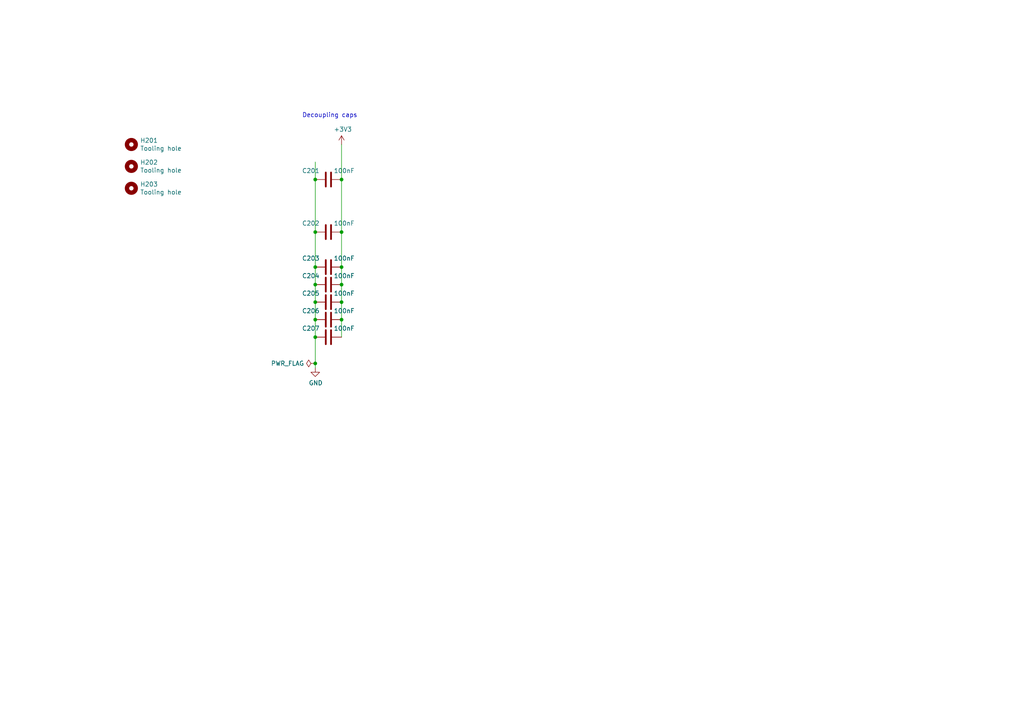
<source format=kicad_sch>
(kicad_sch (version 20211123) (generator eeschema)
  (paper "A4")
  (title_block (title "Engine Top Hat for SH-ESP32") (date "2021-09-13") (rev "0.2.1") (company "Hat Labs Ltd") (comment 1 "https://creativecommons.org/licenses/by-sa/4.0") (comment 2 "To view a copy of this license, visit ") (comment 3 "This design is licensed under CC BY-SA 4.0."))
  (lib_symbols
    (symbol "Device:C" (pin_numbers hide) (pin_names (offset 0.254))
      (property "Reference" "C" (at 0.635 2.54 0))
      (property "Value" "C" (at 0.635 -2.54 0))
      (symbol "C_0_1"
        (polyline (pts (xy -2.032 -0.762) (xy 2.032 -0.762)) (stroke (width 0.508)))
        (polyline (pts (xy -2.032 0.762) (xy 2.032 0.762)) (stroke (width 0.508)))
      )
      (symbol "C_1_1"
        (pin passive line (at 0 3.81 270) (length 2.794) (name "~") (number "1"))
        (pin passive line (at 0 -3.81 90) (length 2.794) (name "~") (number "2"))
      )
    )
    (symbol "Mechanical:MountingHole" (pin_names (offset 1.016))
      (property "Reference" "H" (at 0 5.08 0))
      (property "Value" "MountingHole" (at 0 3.175 0))
      (symbol "MountingHole_0_1"
        (circle (center 0 0) (radius 1.27) (stroke (width 1.27)))
      )
    )
    (symbol "power:+3.3V" (power) (pin_names (offset 0))
      (property "Value" "+3.3V" (at 0 3.556 0))
      (symbol "+3.3V_0_1"
        (polyline (pts (xy -0.762 1.27) (xy 0 2.54)))
        (polyline (pts (xy 0 0) (xy 0 2.54)))
        (polyline (pts (xy 0 2.54) (xy 0.762 1.27)))
      )
      (symbol "+3.3V_1_1"
        (pin power_in line (at 0 0 90) (length 0) hide (name "+3V3") (number "1"))
      )
    )
    (symbol "power:GND" (power) (pin_names (offset 0))
      (property "Value" "GND" (at 0 -3.81 0))
      (symbol "GND_0_1"
        (polyline (pts (xy 0 0) (xy 0 -1.27) (xy 1.27 -1.27) (xy 0 -2.54) (xy -1.27 -1.27) (xy 0 -1.27)))
      )
      (symbol "GND_1_1"
        (pin power_in line (at 0 0 270) (length 0) hide (name "GND") (number "1"))
      )
    )
    (symbol "power:PWR_FLAG" (power) (pin_numbers hide) (pin_names (offset 0) hide)
      (property "Value" "PWR_FLAG" (at 0 3.81 0))
      (symbol "PWR_FLAG_0_0"
        (pin power_out line (at 0 0 90) (length 0) (name "pwr") (number "1"))
      )
      (symbol "PWR_FLAG_0_1"
        (polyline (pts (xy 0 0) (xy 0 1.27) (xy -1.016 1.905) (xy 0 2.54) (xy 1.016 1.905) (xy 0 1.27)))
      )
    )
  )
  (junction (at 91.44 97.79))
  (junction (at 99.06 87.63))
  (junction (at 99.06 77.47))
  (junction (at 91.44 52.07))
  (junction (at 99.06 92.71))
  (junction (at 91.44 87.63))
  (junction (at 99.06 67.31))
  (junction (at 99.06 52.07))
  (junction (at 91.44 92.71))
  (junction (at 91.44 67.31))
  (junction (at 91.44 77.47))
  (junction (at 99.06 82.55))
  (junction (at 91.44 82.55))
  (junction (at 91.44 105.41))
  (wire (pts (xy 99.06 52.07) (xy 99.06 67.31)))
  (wire (pts (xy 99.06 97.79) (xy 99.06 92.71)))
  (wire (pts (xy 91.44 77.47) (xy 91.44 82.55)))
  (wire (pts (xy 91.44 106.68) (xy 91.44 105.41)))
  (wire (pts (xy 99.06 82.55) (xy 99.06 77.47)))
  (wire (pts (xy 99.06 41.91) (xy 99.06 52.07)))
  (wire (pts (xy 99.06 87.63) (xy 99.06 82.55)))
  (wire (pts (xy 91.44 82.55) (xy 91.44 87.63)))
  (wire (pts (xy 91.44 46.99) (xy 91.44 52.07)))
  (wire (pts (xy 99.06 67.31) (xy 99.06 77.47)))
  (wire (pts (xy 91.44 52.07) (xy 91.44 67.31)))
  (wire (pts (xy 91.44 92.71) (xy 91.44 97.79)))
  (wire (pts (xy 91.44 97.79) (xy 91.44 105.41)))
  (wire (pts (xy 91.44 67.31) (xy 91.44 77.47)))
  (wire (pts (xy 99.06 92.71) (xy 99.06 87.63)))
  (wire (pts (xy 91.44 87.63) (xy 91.44 92.71)))
  (text "Decoupling caps" (at 87.63 34.29 0) (effects (font (size 1.27 1.27)) (justify left bottom)))
  (symbol (lib_id "Device:C") (at 95.25 52.07 90) (mirror x) (unit 1)
    (property "Reference" "C201" (at 92.71 49.53 90) (effects (justify left)))
    (property "Value" "100nF" (at 102.87 49.53 90) (effects (justify left)))
    (property "Footprint" "Capacitor_SMD:C_0402_1005Metric" (effects hide))
    (property "LCSC" "C1525" (effects hide))
  )
  (symbol (lib_id "Device:C") (at 95.25 67.31 90) (mirror x) (unit 1)
    (property "Reference" "C202" (at 92.71 64.77 90) (effects (justify left)))
    (property "Value" "100nF" (at 102.87 64.77 90) (effects (justify left)))
    (property "Footprint" "Capacitor_SMD:C_0402_1005Metric" (effects hide))
    (property "LCSC" "C1525" (effects hide))
  )
  (symbol (lib_id "Device:C") (at 95.25 77.47 90) (mirror x) (unit 1)
    (property "Reference" "C203" (at 92.71 74.93 90) (effects (justify left)))
    (property "Value" "100nF" (at 102.87 74.93 90) (effects (justify left)))
    (property "Footprint" "Capacitor_SMD:C_0402_1005Metric" (effects hide))
    (property "LCSC" "C1525" (effects hide))
  )
  (symbol (lib_id "Device:C") (at 95.25 82.55 90) (mirror x) (unit 1)
    (property "Reference" "C204" (at 92.71 80.01 90) (effects (justify left)))
    (property "Value" "100nF" (at 102.87 80.01 90) (effects (justify left)))
    (property "Footprint" "Capacitor_SMD:C_0402_1005Metric" (effects hide))
    (property "LCSC" "C1525" (effects hide))
  )
  (symbol (lib_id "Device:C") (at 95.25 87.63 90) (mirror x) (unit 1)
    (property "Reference" "C205" (at 92.71 85.09 90) (effects (justify left)))
    (property "Value" "100nF" (at 102.87 85.09 90) (effects (justify left)))
    (property "Footprint" "Capacitor_SMD:C_0402_1005Metric" (effects hide))
    (property "LCSC" "C1525" (effects hide))
  )
  (symbol (lib_id "Device:C") (at 95.25 92.71 90) (mirror x) (unit 1)
    (property "Reference" "C206" (at 92.71 90.17 90) (effects (justify left)))
    (property "Value" "100nF" (at 102.87 90.17 90) (effects (justify left)))
    (property "Footprint" "Capacitor_SMD:C_0402_1005Metric" (effects hide))
    (property "LCSC" "C1525" (effects hide))
  )
  (symbol (lib_id "Device:C") (at 95.25 97.79 90) (mirror x) (unit 1)
    (property "Reference" "C207" (at 92.71 95.25 90) (effects (justify left)))
    (property "Value" "100nF" (at 102.87 95.25 90) (effects (justify left)))
    (property "Footprint" "Capacitor_SMD:C_0402_1005Metric" (effects hide))
    (property "LCSC" "C1525" (effects hide))
  )
  (symbol (lib_id "power:+3.3V") (at 99.06 41.91 0) (unit 1)
    (property "Reference" "#PWR0202" (effects hide))
    (property "Value" "+3.3V" (at 99.441 37.5158 0))
  )
  (symbol (lib_id "power:GND") (at 91.44 106.68 0) (unit 1)
    (property "Reference" "#PWR0201" (effects hide))
    (property "Value" "GND" (at 91.567 111.0742 0))
  )
  (symbol (lib_id "power:PWR_FLAG") (at 91.44 105.41 90) (unit 1)
    (property "Reference" "#FLG0201" (effects hide))
    (property "Value" "PWR_FLAG" (at 88.2142 105.41 90) (effects (justify left)))
  )
  (symbol (lib_id "Mechanical:MountingHole") (at 38.1 41.91 0) (unit 1)
    (property "Reference" "H201" (at 40.64 40.7416 0) (effects (justify left)))
    (property "Value" "Tooling hole" (at 40.64 43.053 0) (effects (justify left)))
    (property "Footprint" "SH-ESP32-tank-hat:JlcpcbToolingHole" (effects hide))
  )
  (symbol (lib_id "Mechanical:MountingHole") (at 38.1 48.26 0) (unit 1)
    (property "Reference" "H202" (at 40.64 47.0916 0) (effects (justify left)))
    (property "Value" "Tooling hole" (at 40.64 49.403 0) (effects (justify left)))
    (property "Footprint" "SH-ESP32-tank-hat:JlcpcbToolingHole" (effects hide))
  )
  (symbol (lib_id "Mechanical:MountingHole") (at 38.1 54.61 0) (unit 1)
    (property "Reference" "H203" (at 40.64 53.4416 0) (effects (justify left)))
    (property "Value" "Tooling hole" (at 40.64 55.753 0) (effects (justify left)))
    (property "Footprint" "SH-ESP32-tank-hat:JlcpcbToolingHole" (effects hide))
  )
)
</source>
